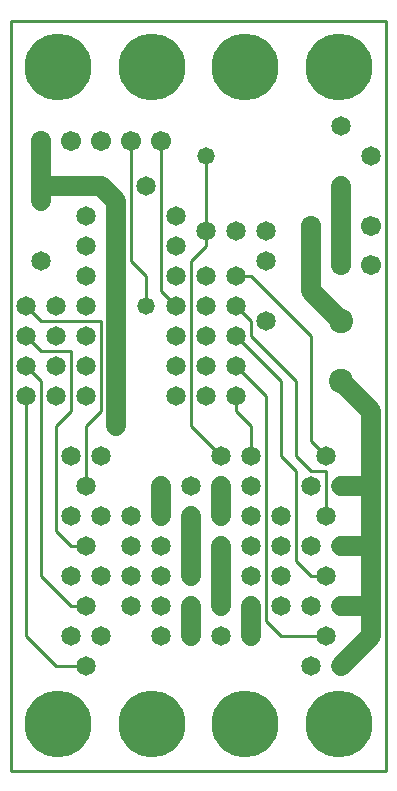
<source format=gtl>
%MOIN*%
%FSLAX25Y25*%
G04 D10 used for Character Trace; *
G04     Circle (OD=.01000) (No hole)*
G04 D11 used for Power Trace; *
G04     Circle (OD=.06700) (No hole)*
G04 D12 used for Signal Trace; *
G04     Circle (OD=.01100) (No hole)*
G04 D13 used for Via; *
G04     Circle (OD=.05800) (Round. Hole ID=.02800)*
G04 D14 used for Component hole; *
G04     Circle (OD=.06500) (Round. Hole ID=.03500)*
G04 D15 used for Component hole; *
G04     Circle (OD=.06700) (Round. Hole ID=.04300)*
G04 D16 used for Component hole; *
G04     Circle (OD=.08100) (Round. Hole ID=.05100)*
G04 D17 used for Component hole; *
G04     Circle (OD=.08900) (Round. Hole ID=.05900)*
G04 D18 used for Component hole; *
G04     Circle (OD=.11300) (Round. Hole ID=.08300)*
G04 D19 used for Component hole; *
G04     Circle (OD=.16000) (Round. Hole ID=.13000)*
G04 D20 used for Component hole; *
G04     Circle (OD=.18300) (Round. Hole ID=.15300)*
G04 D21 used for Component hole; *
G04     Circle (OD=.22291) (Round. Hole ID=.19291)*
%ADD10C,.01000*%
%ADD11C,.06700*%
%ADD12C,.01100*%
%ADD13C,.05800*%
%ADD14C,.06500*%
%ADD15C,.06700*%
%ADD16C,.08100*%
%ADD17C,.08900*%
%ADD18C,.11300*%
%ADD19C,.16000*%
%ADD20C,.18300*%
%ADD21C,.22291*%
%IPPOS*%
%LPD*%
G90*X0Y0D02*D21*X15625Y15625D03*D14*              
X25000Y35000D03*D12*X15000D01*X5000Y45000D01*     
Y125000D01*D14*D03*D12*X10000Y65000D02*Y130000D01*
X20000Y55000D02*X10000Y65000D01*X20000Y55000D02*  
X25000D01*D14*D03*X30000Y65000D03*X20000Y45000D03*
Y65000D03*X30000Y45000D03*X40000Y55000D03*        
Y65000D03*Y75000D03*X25000D03*D12*X20000D01*      
X15000Y80000D01*Y115000D01*X20000Y120000D01*      
Y140000D01*X10000D01*X5000Y145000D01*D14*D03*D12* 
X10000Y150000D02*X30000D01*Y120000D01*            
X25000Y115000D01*Y95000D01*D14*D03*               
X30000Y105000D03*X20000Y85000D03*Y105000D03*      
X30000Y85000D03*X40000D03*D13*X35000Y115000D03*   
D11*Y175000D01*D13*D03*D11*Y190000D01*            
X30000Y195000D01*X25000D01*D14*D03*D11*X10000D01* 
Y190000D01*D14*D03*D11*Y195000D02*Y210000D01*D15* 
D03*X20000D03*X30000D03*D21*X15625Y234375D03*D14* 
X25000Y185000D03*D15*X40000Y210000D03*D12*        
Y170000D01*X45000Y165000D01*Y155000D01*D13*D03*   
D12*X55000D02*X50000Y160000D01*D14*               
X55000Y155000D03*D12*X50000Y160000D02*Y210000D01* 
D15*D03*D13*X65000Y205000D03*D12*Y180000D01*D14*  
D03*D12*Y175000D01*X60000Y170000D01*Y115000D01*   
X70000Y105000D01*D14*D03*X80000Y95000D03*D12*     
Y105000D02*Y115000D01*D14*Y105000D03*             
X70000Y95000D03*D11*Y85000D01*D14*D03*            
X80000Y75000D03*X60000Y95000D03*Y75000D03*D11*    
Y65000D01*D14*D03*X70000Y55000D03*D11*Y65000D01*  
D14*D03*D11*Y75000D01*D14*D03*X80000Y65000D03*    
Y85000D03*X60000D03*D11*Y75000D01*D14*            
X50000Y85000D03*D11*Y95000D01*D14*D03*Y75000D03*  
D12*X80000Y115000D02*X75000Y120000D01*Y125000D01* 
D14*D03*X65000Y135000D03*D12*X85000Y50000D02*     
Y125000D01*X90000Y45000D02*X85000Y50000D01*       
X90000Y45000D02*X105000D01*D14*D03*D11*           
X110000Y55000D02*X115000D01*D14*X110000D03*D12*   
X115000D01*D11*X120000D01*Y45000D01*              
X110000Y35000D01*D14*D03*X100000D03*              
X90000Y55000D03*D11*X120000D02*Y75000D01*         
X110000D01*D14*D03*D12*X100000Y65000D02*          
X105000D01*D14*D03*D12*X100000D02*X95000Y70000D01*
Y100000D01*X90000Y105000D01*Y130000D01*           
X75000Y145000D01*D14*D03*D12*X80000D02*Y150000D01*
X95000Y130000D02*X80000Y145000D01*                
X95000Y105000D02*Y130000D01*X100000Y100000D02*    
X95000Y105000D01*X100000Y100000D02*X105000D01*    
Y85000D01*D14*D03*X110000Y95000D03*D11*X120000D01*
Y75000D01*D14*X100000Y95000D03*Y55000D03*D11*     
X120000Y95000D02*Y120000D01*X110000Y130000D01*D16*
D03*D12*X100000Y110000D02*Y145000D01*             
X105000Y105000D02*X100000Y110000D01*D14*          
X105000Y105000D03*D12*X85000Y125000D02*           
X75000Y135000D01*D14*D03*X65000Y145000D03*        
Y125000D03*X85000Y150000D03*D12*X80000D02*        
X75000Y155000D01*D14*D03*X65000Y165000D03*D12*    
X100000Y145000D02*X80000Y165000D01*D16*           
X110000Y150000D03*D11*X100000Y160000D01*          
Y168500D01*D15*D03*D11*Y181500D01*D15*D03*        
X110000Y168500D03*D11*Y181500D01*D15*D03*D11*     
Y195000D01*D14*D03*X120000Y205000D03*D15*         
Y181500D03*D14*X110000Y215000D03*X85000Y170000D03*
D15*X120000Y168500D03*D14*X85000Y180000D03*D12*   
X75000Y165000D02*X80000D01*D14*X75000D03*         
X65000Y155000D03*X75000Y180000D03*                
X55000Y185000D03*Y145000D03*Y175000D03*Y165000D03*
X45000Y195000D03*X55000Y135000D03*Y125000D03*     
X25000Y175000D03*Y165000D03*Y155000D03*Y145000D03*
Y135000D03*Y125000D03*X15000Y155000D03*Y145000D03*
Y135000D03*Y125000D03*X10000Y170000D03*D12*       
Y150000D02*X5000Y155000D01*D14*D03*Y135000D03*D12*
X10000Y130000D01*D14*X50000Y65000D03*Y55000D03*   
X60000D03*D11*Y45000D01*D14*D03*X70000D03*        
X50000D03*X80000D03*D11*Y55000D01*D14*D03*        
X90000Y65000D03*X100000Y75000D03*X90000D03*       
Y85000D03*D21*X46875Y15625D03*X78125D03*          
X109375D03*D12*X0Y0D02*X125000D01*X0D02*          
Y250000D01*X125000D01*Y0D01*D21*X109375Y234375D03*
X78125D03*X46875D03*M02*                          

</source>
